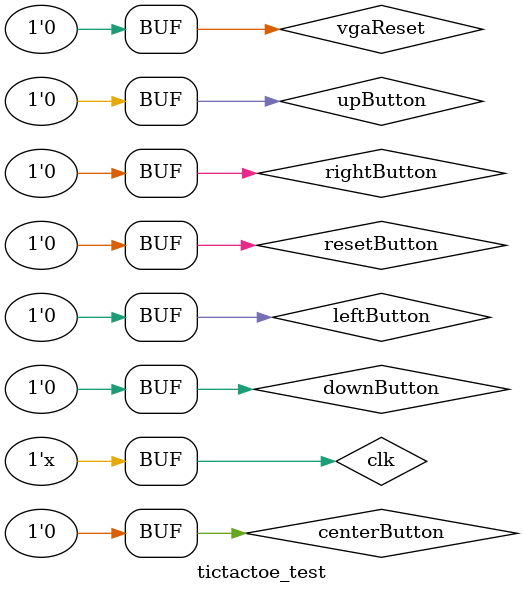
<source format=v>
`timescale 1ns / 1ps


module tictactoe_test;

	// Inputs
	reg clk;
	reg upButton;
	reg downButton;
	reg leftButton;
	reg rightButton;
	reg centerButton;
	reg resetButton;
	reg vgaReset;

	// Outputs
	wire [2:0] R;
	wire [2:0] G;
	wire [1:0] B;
	wire HS;
	wire VS;
	wire [6:0] hex;
	wire [3:0] AN;

	// Instantiate the Unit Under Test (UUT)
	TicTacToe uut (
		.clk(clk), 
		.upButton(upButton), 
		.downButton(downButton), 
		.leftButton(leftButton), 
		.rightButton(rightButton), 
		.centerButton(centerButton), 
		.resetButton(resetButton), 
		.vgaReset(vgaReset), 
		.R(R), 
		.G(G), 
		.B(B), 
		.HS(HS), 
		.VS(VS), 
		.hex(hex), 
		.AN(AN)
	);

	initial begin
		// Initialize Inputs
		clk = 0;
		upButton = 0;
		downButton = 0;
		leftButton = 0;
		rightButton = 0;
		centerButton = 0;
		resetButton = 0;
		vgaReset = 0;

		// Wait 100 ns for global reset to finish
		#100;
        
		// Add stimulus here
		#10 resetButton = 1;
		#10 resetButton = 0;
		#100
		#10 centerButton = 1;
		#50 centerButton = 0;
		#50 centerButton = 1;
		#50 centerButton = 0;
		

	end
	
	always
		#10 clk = ~clk;
      
endmodule


</source>
